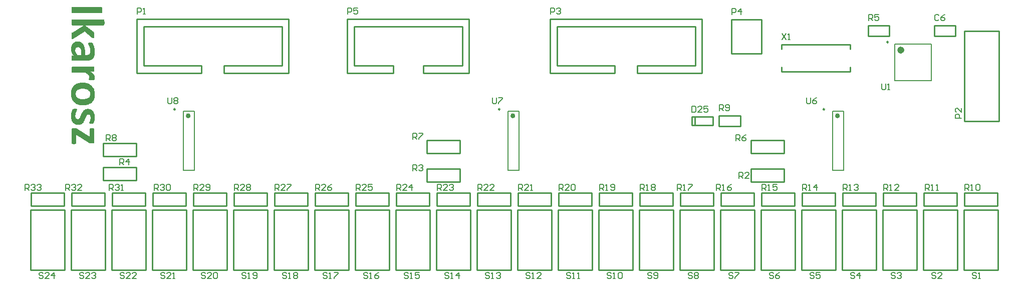
<source format=gto>
G04 Layer_Color=65535*
%FSLAX25Y25*%
%MOIN*%
G70*
G01*
G75*
%ADD16C,0.00787*%
%ADD30C,0.00984*%
%ADD31C,0.01575*%
%ADD32C,0.02362*%
%ADD33C,0.01000*%
%ADD34C,0.00800*%
G36*
X44056Y135553D02*
X44493Y135517D01*
X45003Y135480D01*
X45550Y135371D01*
X46097Y135262D01*
X46680Y135116D01*
X46753Y135079D01*
X46935Y135043D01*
X47227Y134897D01*
X47555Y134751D01*
X47956Y134569D01*
X48393Y134314D01*
X48830Y134022D01*
X49231Y133694D01*
X49268Y133658D01*
X49414Y133512D01*
X49596Y133293D01*
X49851Y133038D01*
X50106Y132674D01*
X50398Y132273D01*
X50653Y131799D01*
X50908Y131289D01*
X50945Y131216D01*
X51017Y131033D01*
X51090Y130742D01*
X51200Y130304D01*
X51309Y129831D01*
X51418Y129247D01*
X51455Y128591D01*
X51491Y127899D01*
Y127862D01*
Y127826D01*
Y127717D01*
Y127571D01*
X51455Y127243D01*
X51418Y126769D01*
X51345Y126258D01*
X51273Y125712D01*
X51127Y125165D01*
X50945Y124618D01*
X50908Y124545D01*
X50835Y124399D01*
X50726Y124144D01*
X50580Y123816D01*
X50361Y123452D01*
X50106Y123087D01*
X49815Y122723D01*
X49450Y122358D01*
X49414Y122322D01*
X49268Y122213D01*
X49049Y122030D01*
X48794Y121848D01*
X48430Y121629D01*
X47992Y121411D01*
X47518Y121192D01*
X47008Y121010D01*
X46935Y120973D01*
X46753Y120937D01*
X46461Y120864D01*
X46060Y120755D01*
X45550Y120682D01*
X45003Y120609D01*
X44383Y120572D01*
X43691Y120536D01*
X43399D01*
X43035Y120572D01*
X42597Y120609D01*
X42124Y120645D01*
X41540Y120718D01*
X40994Y120864D01*
X40410Y121010D01*
X40337Y121046D01*
X40155Y121082D01*
X39900Y121228D01*
X39536Y121374D01*
X39135Y121556D01*
X38697Y121812D01*
X38260Y122103D01*
X37859Y122468D01*
X37822Y122504D01*
X37677Y122650D01*
X37495Y122832D01*
X37276Y123124D01*
X36984Y123488D01*
X36729Y123889D01*
X36474Y124363D01*
X36219Y124873D01*
X36182Y124946D01*
X36146Y125128D01*
X36037Y125420D01*
X35927Y125857D01*
X35818Y126331D01*
X35745Y126915D01*
X35672Y127571D01*
X35636Y128263D01*
Y128300D01*
Y128336D01*
Y128445D01*
Y128591D01*
X35672Y128919D01*
X35708Y129357D01*
X35745Y129867D01*
X35854Y130414D01*
X35963Y130961D01*
X36146Y131507D01*
X36182Y131580D01*
X36255Y131726D01*
X36364Y131981D01*
X36510Y132309D01*
X36729Y132674D01*
X36984Y133075D01*
X37312Y133439D01*
X37640Y133804D01*
X37677Y133840D01*
X37822Y133949D01*
X38041Y134132D01*
X38333Y134314D01*
X38697Y134533D01*
X39098Y134751D01*
X39572Y134970D01*
X40082Y135152D01*
X40155D01*
X40337Y135225D01*
X40629Y135298D01*
X41030Y135371D01*
X41540Y135444D01*
X42087Y135517D01*
X42707Y135553D01*
X43399Y135590D01*
X43691D01*
X44056Y135553D01*
D02*
G37*
G36*
X50835Y146160D02*
X50872D01*
X50908Y146087D01*
X50945Y146014D01*
X51017Y145905D01*
Y145869D01*
X51054Y145759D01*
X51090Y145577D01*
X51127Y145358D01*
Y145285D01*
X51163Y145140D01*
X51200Y144884D01*
Y144556D01*
Y144520D01*
Y144483D01*
Y144265D01*
X51163Y143973D01*
X51127Y143718D01*
Y143645D01*
X51090Y143536D01*
X51054Y143353D01*
X51017Y143208D01*
Y143171D01*
X50981Y143098D01*
X50908Y143026D01*
X50835Y142953D01*
X50799Y142916D01*
X50762Y142880D01*
X50653Y142843D01*
X48794D01*
X48830Y142807D01*
X48940Y142734D01*
X49086Y142661D01*
X49268Y142515D01*
X49705Y142187D01*
X50106Y141823D01*
X50143Y141786D01*
X50179Y141750D01*
X50398Y141495D01*
X50653Y141203D01*
X50908Y140875D01*
Y140838D01*
X50945Y140802D01*
X51090Y140583D01*
X51236Y140328D01*
X51345Y140000D01*
Y139964D01*
X51382Y139927D01*
X51418Y139708D01*
X51455Y139453D01*
X51491Y139125D01*
Y139089D01*
Y138979D01*
Y138834D01*
X51455Y138688D01*
Y138651D01*
X51418Y138542D01*
X51382Y138360D01*
X51345Y138178D01*
Y138141D01*
X51309Y138032D01*
X51236Y137740D01*
Y137704D01*
X51200Y137631D01*
X51163Y137558D01*
X51090Y137485D01*
Y137449D01*
X51054Y137412D01*
X50908Y137339D01*
X50835Y137303D01*
X50762D01*
X50653Y137266D01*
X50616D01*
X50543Y137230D01*
X50106D01*
X49960Y137194D01*
X48612D01*
X48320Y137230D01*
X48284D01*
X48138Y137266D01*
X47956Y137303D01*
X47773Y137339D01*
X47737D01*
X47664Y137376D01*
X47555Y137449D01*
X47482Y137522D01*
X47445Y137594D01*
X47409Y137667D01*
Y137777D01*
Y137813D01*
Y137849D01*
X47445Y138068D01*
Y138105D01*
X47482Y138178D01*
X47518Y138287D01*
X47555Y138433D01*
Y138469D01*
X47591Y138542D01*
X47664Y138688D01*
X47701Y138870D01*
Y138907D01*
X47737Y139016D01*
X47773Y139162D01*
Y139344D01*
Y139417D01*
Y139563D01*
X47701Y139781D01*
X47628Y140037D01*
X47591Y140109D01*
X47518Y140255D01*
X47372Y140474D01*
X47190Y140729D01*
X47154Y140802D01*
X46971Y140948D01*
X46753Y141166D01*
X46425Y141458D01*
X46388D01*
X46352Y141531D01*
X46242Y141604D01*
X46097Y141677D01*
X45732Y141932D01*
X45258Y142260D01*
X36401D01*
X36328Y142297D01*
X36219Y142369D01*
Y142406D01*
X36146Y142442D01*
X36109Y142552D01*
X36037Y142697D01*
Y142734D01*
X36000Y142843D01*
Y143062D01*
X35963Y143317D01*
Y143390D01*
X35927Y143572D01*
X35891Y143864D01*
Y144265D01*
Y144301D01*
Y144374D01*
Y144483D01*
Y144593D01*
X35927Y144921D01*
X35963Y145249D01*
Y145322D01*
X36000Y145468D01*
Y145650D01*
X36037Y145832D01*
Y145869D01*
X36073Y145941D01*
X36146Y146051D01*
X36219Y146160D01*
X36255D01*
X36292Y146197D01*
X36510Y146233D01*
X50653D01*
X50835Y146160D01*
D02*
G37*
G36*
X38552Y105373D02*
X38843Y105300D01*
X38880D01*
X38989Y105263D01*
X39135Y105190D01*
X39281Y105117D01*
X39317Y105081D01*
X39426Y105045D01*
X39572Y104935D01*
X39791Y104826D01*
X47956Y99541D01*
Y104534D01*
Y104571D01*
X47992Y104717D01*
X48101Y104899D01*
X48320Y105045D01*
X48357D01*
X48393Y105081D01*
X48466D01*
X48612Y105117D01*
X48757Y105154D01*
X48976D01*
X49231Y105190D01*
X50033D01*
X50252Y105154D01*
X50325D01*
X50434Y105117D01*
X50616Y105081D01*
X50762Y105045D01*
X50799D01*
X50872Y105008D01*
X50945Y104935D01*
X51017Y104862D01*
X51054Y104826D01*
X51090Y104753D01*
X51127Y104644D01*
Y104534D01*
Y95969D01*
Y95932D01*
Y95823D01*
X51054Y95604D01*
Y95568D01*
X51017Y95495D01*
X50981Y95422D01*
X50872Y95349D01*
X50835Y95312D01*
X50799Y95276D01*
X50689Y95240D01*
X50543Y95167D01*
X50507D01*
X50398Y95130D01*
X50216Y95094D01*
X48830D01*
X48648Y95130D01*
X48612D01*
X48502Y95167D01*
X48357Y95203D01*
X48211Y95240D01*
X48174D01*
X48065Y95276D01*
X47919Y95349D01*
X47773Y95422D01*
X47737D01*
X47628Y95495D01*
X47482Y95568D01*
X47300Y95677D01*
X39171Y100889D01*
Y95385D01*
Y95349D01*
Y95312D01*
X39098Y95130D01*
Y95094D01*
X39025Y95057D01*
X38952Y94984D01*
X38843Y94911D01*
X38807Y94875D01*
X38734Y94839D01*
X38588Y94802D01*
X38369Y94766D01*
X38333D01*
X38151Y94729D01*
X37932Y94693D01*
X37312D01*
X37057Y94729D01*
X36802Y94766D01*
X36765D01*
X36620Y94802D01*
X36474Y94839D01*
X36292Y94875D01*
X36255D01*
X36182Y94911D01*
X36109Y94984D01*
X36037Y95094D01*
Y95130D01*
Y95167D01*
X36000Y95385D01*
Y104534D01*
Y104607D01*
X36037Y104789D01*
X36109Y105008D01*
X36255Y105190D01*
X36328Y105227D01*
X36474Y105300D01*
X36765Y105373D01*
X37203Y105409D01*
X38442D01*
X38552Y105373D01*
D02*
G37*
G36*
X39208Y118167D02*
X39317Y118130D01*
X39463Y118094D01*
X39499D01*
X39572Y118057D01*
X39645Y117984D01*
X39718Y117948D01*
Y117911D01*
X39754Y117875D01*
X39791Y117693D01*
Y117656D01*
X39754Y117583D01*
X39718Y117438D01*
X39572Y117219D01*
X39536Y117146D01*
X39463Y116964D01*
X39317Y116709D01*
X39135Y116344D01*
Y116308D01*
X39098Y116235D01*
X39062Y116162D01*
X38989Y116016D01*
X38843Y115652D01*
X38697Y115178D01*
Y115141D01*
X38661Y115068D01*
X38624Y114922D01*
Y114740D01*
X38588Y114522D01*
X38552Y114266D01*
X38515Y113647D01*
Y113610D01*
Y113574D01*
Y113355D01*
X38552Y113064D01*
X38624Y112735D01*
Y112699D01*
X38661Y112663D01*
X38697Y112480D01*
X38807Y112225D01*
X38916Y112006D01*
X38952Y111934D01*
X39062Y111824D01*
X39208Y111678D01*
X39426Y111533D01*
X39499Y111496D01*
X39645Y111423D01*
X39864Y111387D01*
X40155Y111350D01*
X40228D01*
X40447Y111387D01*
X40702Y111460D01*
X40957Y111642D01*
X41030Y111678D01*
X41176Y111861D01*
X41358Y112116D01*
X41577Y112444D01*
Y112480D01*
X41613Y112517D01*
X41686Y112626D01*
X41723Y112772D01*
X41868Y113100D01*
X42051Y113537D01*
Y113574D01*
X42087Y113647D01*
X42124Y113756D01*
X42197Y113902D01*
X42342Y114303D01*
X42524Y114777D01*
Y114813D01*
X42561Y114886D01*
X42634Y114995D01*
X42707Y115178D01*
X42926Y115542D01*
X43144Y116016D01*
Y116052D01*
X43217Y116125D01*
X43290Y116235D01*
X43399Y116381D01*
X43655Y116709D01*
X43982Y117110D01*
X44019Y117146D01*
X44092Y117182D01*
X44165Y117292D01*
X44311Y117365D01*
X44712Y117620D01*
X45185Y117875D01*
X45222D01*
X45331Y117911D01*
X45477Y117948D01*
X45696Y117984D01*
X45951Y118057D01*
X46242Y118094D01*
X46571Y118130D01*
X47117D01*
X47300Y118094D01*
X47518D01*
X47810Y118057D01*
X48138Y117984D01*
X48757Y117766D01*
X48794Y117729D01*
X48903Y117693D01*
X49049Y117583D01*
X49268Y117474D01*
X49705Y117110D01*
X50179Y116636D01*
X50216Y116599D01*
X50288Y116490D01*
X50398Y116344D01*
X50543Y116125D01*
X50689Y115870D01*
X50835Y115542D01*
X50981Y115178D01*
X51127Y114813D01*
Y114777D01*
X51200Y114631D01*
X51236Y114412D01*
X51309Y114121D01*
X51382Y113756D01*
X51418Y113355D01*
X51491Y112918D01*
Y112444D01*
Y112407D01*
Y112335D01*
Y112189D01*
Y112043D01*
X51455Y111642D01*
X51382Y111168D01*
Y111132D01*
Y111059D01*
X51345Y110950D01*
X51309Y110804D01*
X51236Y110439D01*
X51127Y110038D01*
Y110002D01*
X51090Y109965D01*
X51017Y109747D01*
X50945Y109455D01*
X50799Y109200D01*
X50762Y109127D01*
X50726Y108981D01*
X50616Y108835D01*
X50543Y108690D01*
Y108653D01*
X50471Y108617D01*
X50398Y108544D01*
X50288Y108507D01*
X50252D01*
X50216Y108471D01*
X49997Y108398D01*
X49960D01*
X49887Y108361D01*
X49778D01*
X49596Y108325D01*
X49559D01*
X49450Y108289D01*
X48539D01*
X48284Y108325D01*
X48247D01*
X48138Y108361D01*
X47992Y108398D01*
X47883Y108434D01*
X47846D01*
X47810Y108471D01*
X47664Y108580D01*
Y108617D01*
X47628Y108762D01*
Y108799D01*
X47664Y108872D01*
X47701Y109018D01*
X47773Y109236D01*
X47810Y109273D01*
X47883Y109419D01*
X47992Y109674D01*
X48138Y109965D01*
Y110002D01*
X48174Y110038D01*
X48247Y110257D01*
X48357Y110585D01*
X48502Y111022D01*
Y111059D01*
X48539Y111132D01*
X48575Y111241D01*
X48612Y111387D01*
X48648Y111824D01*
X48685Y112335D01*
Y112371D01*
Y112407D01*
Y112663D01*
X48612Y112954D01*
X48539Y113282D01*
X48502Y113355D01*
X48466Y113501D01*
X48357Y113720D01*
X48211Y113938D01*
X48174Y113975D01*
X48101Y114084D01*
X47919Y114193D01*
X47737Y114303D01*
X47701D01*
X47555Y114339D01*
X47372Y114376D01*
X47154Y114412D01*
X47081D01*
X46862Y114376D01*
X46607Y114303D01*
X46352Y114121D01*
X46315Y114084D01*
X46169Y113902D01*
X45951Y113683D01*
X45769Y113355D01*
Y113319D01*
X45732Y113282D01*
X45696Y113173D01*
X45623Y113027D01*
X45477Y112663D01*
X45295Y112225D01*
Y112189D01*
X45258Y112116D01*
X45222Y112006D01*
X45149Y111824D01*
X45003Y111423D01*
X44821Y110986D01*
Y110950D01*
X44784Y110877D01*
X44712Y110731D01*
X44639Y110585D01*
X44456Y110184D01*
X44201Y109710D01*
Y109674D01*
X44128Y109601D01*
X44056Y109492D01*
X43982Y109346D01*
X43727Y108981D01*
X43363Y108617D01*
X43326Y108580D01*
X43290Y108544D01*
X43181Y108434D01*
X43035Y108325D01*
X42634Y108070D01*
X42124Y107815D01*
X42087D01*
X42014Y107778D01*
X41868Y107705D01*
X41650Y107633D01*
X41431Y107596D01*
X41139Y107523D01*
X40483Y107487D01*
X40265D01*
X40046Y107523D01*
X39754Y107560D01*
X39426Y107596D01*
X39098Y107669D01*
X38734Y107815D01*
X38369Y107960D01*
X38333Y107997D01*
X38223Y108033D01*
X38041Y108143D01*
X37822Y108289D01*
X37604Y108471D01*
X37349Y108690D01*
X37093Y108945D01*
X36838Y109236D01*
X36802Y109273D01*
X36729Y109382D01*
X36620Y109564D01*
X36510Y109783D01*
X36328Y110075D01*
X36182Y110403D01*
X36037Y110767D01*
X35927Y111168D01*
Y111205D01*
X35891Y111350D01*
X35854Y111569D01*
X35781Y111861D01*
X35745Y112225D01*
X35672Y112626D01*
X35636Y113100D01*
Y113574D01*
Y113610D01*
Y113720D01*
Y113865D01*
X35672Y114048D01*
X35708Y114558D01*
X35781Y115105D01*
Y115141D01*
X35818Y115214D01*
Y115360D01*
X35854Y115506D01*
X35927Y115943D01*
X36037Y116381D01*
Y116417D01*
X36073Y116453D01*
X36146Y116709D01*
X36255Y117000D01*
X36401Y117328D01*
X36437Y117401D01*
X36510Y117547D01*
X36620Y117729D01*
X36765Y117875D01*
X36802Y117911D01*
X36911Y117948D01*
X37057Y118057D01*
X37276Y118130D01*
X37349D01*
X37531Y118167D01*
X37859Y118203D01*
X39062D01*
X39208Y118167D01*
D02*
G37*
G36*
X57506Y177580D02*
X57542Y177544D01*
X57578Y177507D01*
X57651Y177398D01*
X57724Y177252D01*
X57761Y177216D01*
X57797Y177106D01*
X57834Y176924D01*
X57870Y176669D01*
Y176632D01*
Y176596D01*
X57906Y176377D01*
X57943Y176086D01*
Y175685D01*
Y175648D01*
Y175575D01*
Y175357D01*
X57906Y175029D01*
X57870Y174737D01*
Y174700D01*
Y174664D01*
X57834Y174518D01*
X57797Y174300D01*
X57724Y174117D01*
Y174081D01*
X57688Y174008D01*
X57615Y173899D01*
X57506Y173789D01*
Y173753D01*
X57433Y173716D01*
X57360Y173680D01*
X44894D01*
X50471Y169561D01*
X50507Y169525D01*
X50580Y169488D01*
X50799Y169306D01*
X50835Y169270D01*
X50872Y169197D01*
X50945Y169051D01*
X51017Y168869D01*
Y168832D01*
X51054Y168686D01*
X51090Y168504D01*
X51127Y168249D01*
Y168212D01*
Y168176D01*
X51163Y167957D01*
X51200Y167666D01*
Y167228D01*
Y167192D01*
Y167119D01*
Y167009D01*
Y166900D01*
X51163Y166572D01*
X51127Y166244D01*
Y166208D01*
Y166171D01*
X51090Y166025D01*
X51054Y165807D01*
X51017Y165624D01*
Y165588D01*
X50981Y165479D01*
X50908Y165369D01*
X50835Y165260D01*
X50799Y165224D01*
X50762Y165187D01*
X50653Y165151D01*
X50398D01*
X50216Y165224D01*
X50033Y165296D01*
X49997Y165333D01*
X49851Y165369D01*
X49669Y165479D01*
X49450Y165624D01*
X44821Y169707D01*
X37458Y164968D01*
X37422Y164932D01*
X37276Y164859D01*
X37093Y164786D01*
X36911Y164713D01*
X36875Y164677D01*
X36765Y164640D01*
X36620Y164604D01*
X36401D01*
X36292Y164640D01*
X36219Y164713D01*
X36146Y164786D01*
X36109Y164895D01*
X36037Y165041D01*
Y165078D01*
X36000Y165187D01*
Y165406D01*
X35963Y165661D01*
Y165734D01*
X35927Y165916D01*
X35891Y166244D01*
Y166682D01*
Y166718D01*
Y166791D01*
Y166900D01*
Y167046D01*
Y167374D01*
X35927Y167702D01*
Y167775D01*
X35963Y167921D01*
Y168176D01*
X36000Y168395D01*
Y168431D01*
X36037Y168541D01*
X36109Y168686D01*
X36182Y168796D01*
X36219D01*
X36292Y168869D01*
X36401Y168941D01*
X36547Y169014D01*
X43946Y173680D01*
X36401D01*
X36328Y173716D01*
X36219Y173789D01*
Y173826D01*
X36146Y173862D01*
X36109Y173971D01*
X36037Y174117D01*
Y174154D01*
X36000Y174263D01*
Y174482D01*
X35963Y174737D01*
Y174810D01*
X35927Y174992D01*
X35891Y175284D01*
Y175685D01*
Y175721D01*
Y175794D01*
Y175903D01*
Y176013D01*
X35927Y176341D01*
X35963Y176669D01*
Y176742D01*
X36000Y176888D01*
Y177070D01*
X36037Y177252D01*
Y177288D01*
X36073Y177361D01*
X36146Y177471D01*
X36219Y177580D01*
X36255D01*
X36292Y177617D01*
X36510Y177653D01*
X57323D01*
X57506Y177580D01*
D02*
G37*
G36*
X56084Y185927D02*
X56120Y185891D01*
X56157Y185854D01*
X56230Y185708D01*
X56303Y185563D01*
Y185526D01*
X56339Y185380D01*
X56375Y185198D01*
X56412Y184943D01*
Y184906D01*
Y184870D01*
X56449Y184651D01*
X56485Y184360D01*
Y183922D01*
Y183886D01*
Y183813D01*
Y183704D01*
Y183594D01*
X56449Y183266D01*
X56412Y182938D01*
Y182902D01*
Y182865D01*
X56375Y182720D01*
X56339Y182501D01*
X56303Y182319D01*
Y182282D01*
X56266Y182173D01*
X56193Y182063D01*
X56084Y181954D01*
X56047Y181918D01*
X56011Y181881D01*
X55902Y181845D01*
X36437D01*
X36328Y181881D01*
X36219Y181954D01*
Y181991D01*
X36146Y182027D01*
X36109Y182136D01*
X36037Y182319D01*
Y182355D01*
X36000Y182464D01*
Y182683D01*
X35963Y182938D01*
Y183011D01*
X35927Y183193D01*
X35891Y183521D01*
Y183922D01*
Y183959D01*
Y184032D01*
Y184141D01*
Y184287D01*
X35927Y184615D01*
X35963Y184943D01*
Y185016D01*
X36000Y185162D01*
Y185380D01*
X36037Y185599D01*
Y185635D01*
X36073Y185708D01*
X36146Y185818D01*
X36219Y185927D01*
X36255D01*
X36328Y185964D01*
X36547Y186000D01*
X55902D01*
X56084Y185927D01*
D02*
G37*
G36*
X40629Y162964D02*
X40921Y162927D01*
X41249Y162891D01*
X41613Y162781D01*
X41978Y162672D01*
X42306Y162526D01*
X42342Y162490D01*
X42452Y162453D01*
X42634Y162308D01*
X42853Y162162D01*
X43071Y161979D01*
X43326Y161724D01*
X43582Y161433D01*
X43800Y161105D01*
X43837Y161068D01*
X43910Y160922D01*
X44019Y160740D01*
X44165Y160449D01*
X44311Y160120D01*
X44456Y159720D01*
X44602Y159246D01*
X44712Y158735D01*
Y158662D01*
X44748Y158480D01*
X44821Y158189D01*
X44857Y157788D01*
X44930Y157314D01*
X44967Y156767D01*
X45003Y156111D01*
Y155455D01*
Y154070D01*
X46242D01*
X46607Y154143D01*
X46971Y154216D01*
X47008D01*
X47044Y154252D01*
X47263Y154325D01*
X47555Y154471D01*
X47810Y154690D01*
X47883Y154726D01*
X47992Y154908D01*
X48138Y155163D01*
X48284Y155491D01*
Y155528D01*
X48320Y155564D01*
X48357Y155674D01*
X48393Y155819D01*
X48430Y156220D01*
X48466Y156731D01*
Y156767D01*
Y156913D01*
Y157095D01*
X48430Y157350D01*
X48357Y157897D01*
X48211Y158517D01*
Y158553D01*
X48174Y158662D01*
X48138Y158808D01*
X48065Y158991D01*
X47919Y159428D01*
X47737Y159902D01*
Y159938D01*
X47701Y160011D01*
X47664Y160120D01*
X47591Y160230D01*
X47445Y160558D01*
X47263Y160886D01*
X47227Y160959D01*
X47154Y161105D01*
X47081Y161323D01*
X47044Y161542D01*
Y161579D01*
Y161651D01*
X47081Y161761D01*
X47154Y161870D01*
X47190D01*
X47227Y161943D01*
X47445Y162089D01*
X47482D01*
X47591Y162125D01*
X47737Y162162D01*
X47956Y162198D01*
X48138D01*
X48357Y162235D01*
X48903D01*
X49122Y162198D01*
X49377Y162162D01*
X49414D01*
X49559Y162089D01*
X49705Y162016D01*
X49887Y161870D01*
X49924Y161834D01*
X50033Y161688D01*
X50216Y161469D01*
X50398Y161105D01*
Y161068D01*
X50434Y160995D01*
X50507Y160886D01*
X50580Y160740D01*
X50726Y160339D01*
X50908Y159829D01*
Y159792D01*
X50945Y159683D01*
X50981Y159537D01*
X51054Y159319D01*
X51127Y159100D01*
X51200Y158808D01*
X51309Y158189D01*
Y158152D01*
X51345Y158043D01*
X51382Y157861D01*
X51418Y157642D01*
Y157350D01*
X51455Y157059D01*
X51491Y156403D01*
Y156366D01*
Y156330D01*
Y156111D01*
Y155819D01*
X51455Y155419D01*
X51418Y154981D01*
X51345Y154507D01*
X51273Y154033D01*
X51163Y153560D01*
Y153523D01*
X51090Y153377D01*
X51017Y153158D01*
X50908Y152867D01*
X50580Y152284D01*
X50398Y151956D01*
X50143Y151664D01*
X50106Y151628D01*
X50033Y151555D01*
X49887Y151409D01*
X49669Y151227D01*
X49450Y151044D01*
X49158Y150862D01*
X48794Y150680D01*
X48430Y150534D01*
X48393D01*
X48247Y150461D01*
X48028Y150425D01*
X47737Y150352D01*
X47336Y150279D01*
X46935Y150243D01*
X46425Y150170D01*
X36437D01*
X36328Y150206D01*
X36219Y150243D01*
X36109Y150352D01*
Y150388D01*
X36037Y150461D01*
X36000Y150644D01*
X35963Y150862D01*
Y150935D01*
X35927Y151117D01*
X35891Y151409D01*
Y151846D01*
Y151883D01*
Y151956D01*
Y152065D01*
Y152247D01*
X35927Y152575D01*
X35963Y152867D01*
Y152903D01*
X36000Y153049D01*
X36037Y153195D01*
X36109Y153341D01*
X36146Y153377D01*
X36182Y153414D01*
X36292Y153450D01*
X36437Y153487D01*
X37567D01*
X37531Y153523D01*
X37422Y153632D01*
X37239Y153815D01*
X37057Y154033D01*
X36838Y154325D01*
X36583Y154653D01*
X36364Y155054D01*
X36146Y155455D01*
X36109Y155491D01*
X36073Y155637D01*
X36000Y155856D01*
X35891Y156184D01*
X35781Y156548D01*
X35708Y156949D01*
X35672Y157387D01*
X35636Y157897D01*
Y157933D01*
Y158079D01*
Y158298D01*
X35672Y158590D01*
X35708Y158918D01*
X35745Y159246D01*
X35927Y159975D01*
Y160011D01*
X36000Y160120D01*
X36037Y160303D01*
X36146Y160521D01*
X36401Y161032D01*
X36765Y161579D01*
X36802Y161615D01*
X36875Y161688D01*
X36984Y161834D01*
X37166Y161979D01*
X37385Y162125D01*
X37604Y162308D01*
X38187Y162636D01*
X38223D01*
X38333Y162708D01*
X38515Y162745D01*
X38770Y162818D01*
X39062Y162891D01*
X39390Y162927D01*
X39791Y163000D01*
X40410D01*
X40629Y162964D01*
D02*
G37*
%LPC*%
G36*
X43982Y131507D02*
X43217D01*
X42962Y131471D01*
X42634D01*
X42306Y131434D01*
X41650Y131361D01*
X41613D01*
X41504Y131325D01*
X41322Y131289D01*
X41139Y131216D01*
X40629Y131070D01*
X40119Y130815D01*
X40082Y130778D01*
X40009Y130742D01*
X39900Y130669D01*
X39754Y130523D01*
X39426Y130195D01*
X39135Y129758D01*
Y129721D01*
X39098Y129648D01*
X39025Y129502D01*
X38989Y129320D01*
X38916Y129065D01*
X38843Y128773D01*
X38807Y128482D01*
Y128117D01*
Y128081D01*
Y127972D01*
Y127789D01*
X38843Y127571D01*
X38916Y127060D01*
X39098Y126550D01*
Y126514D01*
X39171Y126441D01*
X39244Y126331D01*
X39353Y126186D01*
X39645Y125821D01*
X40046Y125493D01*
X40082Y125457D01*
X40155Y125420D01*
X40301Y125347D01*
X40483Y125238D01*
X40702Y125128D01*
X40957Y125019D01*
X41540Y124837D01*
X41577D01*
X41686Y124801D01*
X41868Y124764D01*
X42124Y124727D01*
X42415Y124691D01*
X42743Y124655D01*
X43144Y124618D01*
X43910D01*
X44165Y124655D01*
X44456D01*
X44784Y124691D01*
X45441Y124801D01*
X45477D01*
X45586Y124837D01*
X45769Y124873D01*
X45951Y124946D01*
X46461Y125128D01*
X46971Y125384D01*
X47008D01*
X47081Y125457D01*
X47190Y125529D01*
X47336Y125639D01*
X47664Y125967D01*
X47992Y126404D01*
Y126441D01*
X48065Y126514D01*
X48101Y126659D01*
X48174Y126842D01*
X48247Y127097D01*
X48284Y127388D01*
X48357Y127680D01*
Y128044D01*
Y128081D01*
Y128190D01*
Y128373D01*
X48320Y128555D01*
X48211Y129065D01*
X48028Y129612D01*
Y129648D01*
X47956Y129721D01*
X47883Y129831D01*
X47773Y129976D01*
X47482Y130341D01*
X47081Y130705D01*
X47044D01*
X46971Y130778D01*
X46826Y130851D01*
X46680Y130924D01*
X46461Y131033D01*
X46206Y131143D01*
X45586Y131325D01*
X45550D01*
X45441Y131361D01*
X45258Y131398D01*
X45003D01*
X44712Y131434D01*
X44383Y131471D01*
X43982Y131507D01*
D02*
G37*
G36*
X40337Y159136D02*
X40192D01*
X40009Y159100D01*
X39827Y159063D01*
X39609Y158991D01*
X39353Y158918D01*
X39135Y158772D01*
X38916Y158590D01*
X38880Y158553D01*
X38843Y158480D01*
X38770Y158371D01*
X38697Y158189D01*
X38588Y157970D01*
X38515Y157715D01*
X38479Y157423D01*
X38442Y157059D01*
Y157022D01*
Y156913D01*
X38479Y156767D01*
Y156548D01*
X38624Y156075D01*
X38697Y155783D01*
X38843Y155528D01*
X38880Y155491D01*
X38916Y155419D01*
X39025Y155273D01*
X39171Y155054D01*
X39353Y154835D01*
X39572Y154617D01*
X39827Y154325D01*
X40119Y154070D01*
X42524D01*
Y155601D01*
Y155637D01*
Y155746D01*
Y155929D01*
Y156148D01*
X42452Y156694D01*
X42379Y157241D01*
Y157277D01*
X42342Y157350D01*
X42306Y157460D01*
X42269Y157605D01*
X42124Y157970D01*
X41941Y158334D01*
X41905Y158407D01*
X41759Y158590D01*
X41540Y158772D01*
X41249Y158954D01*
X41176Y158991D01*
X40994Y159027D01*
X40702Y159100D01*
X40337Y159136D01*
D02*
G37*
%LPD*%
D16*
X110457Y77315D02*
Y116685D01*
X117543Y77315D02*
Y116685D01*
X110457D02*
X117543D01*
X110457Y77315D02*
X117543D01*
X326457D02*
Y116685D01*
X333543Y77315D02*
Y116685D01*
X326457D02*
X333543D01*
X326457Y77315D02*
X333543D01*
X542457D02*
Y116685D01*
X549543Y77315D02*
Y116685D01*
X542457D02*
X549543D01*
X542457Y77315D02*
X549543D01*
X583795Y136795D02*
Y161205D01*
X608205Y136795D02*
Y161205D01*
X583795D02*
X608205D01*
X583795Y136795D02*
X608205D01*
D30*
X105043Y117847D02*
G03*
X105043Y117847I-492J0D01*
G01*
X321043D02*
G03*
X321043Y117847I-492J0D01*
G01*
X537043D02*
G03*
X537043Y117847I-492J0D01*
G01*
X579465Y162583D02*
G03*
X579465Y162583I-492J0D01*
G01*
D31*
X114394Y113535D02*
G03*
X114394Y113535I-787J0D01*
G01*
X330394D02*
G03*
X330394Y113535I-787J0D01*
G01*
X546394D02*
G03*
X546394Y113535I-787J0D01*
G01*
D32*
X588913Y157268D02*
G03*
X588913Y157268I-1181J0D01*
G01*
D33*
X89976Y62331D02*
X112024D01*
Y53669D02*
Y62331D01*
X89976Y53669D02*
X112024D01*
X89976D02*
Y62331D01*
X62976D02*
X85024D01*
Y53669D02*
Y62331D01*
X62976Y53669D02*
X85024D01*
X62976D02*
Y62331D01*
X35976D02*
X58024D01*
Y53669D02*
Y62331D01*
X35976Y53669D02*
X58024D01*
X35976D02*
Y62331D01*
X8976D02*
X31024D01*
Y53669D02*
Y62331D01*
X8976Y53669D02*
X31024D01*
X8976D02*
Y62331D01*
X602976D02*
X625023D01*
Y53669D02*
Y62331D01*
X602976Y53669D02*
X625023D01*
X602976D02*
Y62331D01*
X630000Y170000D02*
X653000D01*
Y110000D02*
Y170000D01*
X630000Y110000D02*
X653000D01*
X630000D02*
Y170000D01*
X354500Y142000D02*
Y178000D01*
X455500D01*
X412500Y142000D02*
X455500D01*
Y178000D01*
X354500Y142000D02*
X397500D01*
Y147000D01*
X359000D02*
X397500D01*
X359000D02*
Y173000D01*
X451000D01*
Y147000D02*
Y173000D01*
X412500Y147000D02*
X451000D01*
X412500Y142000D02*
Y147000D01*
X580150Y166457D02*
Y173543D01*
X565976D02*
X580150D01*
X565976Y166457D02*
Y173543D01*
Y166457D02*
X580150D01*
X475000Y155000D02*
Y177500D01*
X495000D01*
Y155000D02*
Y177500D01*
X475000Y155000D02*
X495000D01*
X508496Y143000D02*
X553996D01*
X508496Y161000D02*
X553996D01*
X508496Y143000D02*
Y146000D01*
Y158000D02*
Y161000D01*
X553996Y158000D02*
Y161000D01*
Y143000D02*
Y146000D01*
X116976Y62331D02*
X139024D01*
Y53669D02*
Y62331D01*
X116976Y53669D02*
X139024D01*
X116976D02*
Y62331D01*
X143976D02*
X166024D01*
Y53669D02*
Y62331D01*
X143976Y53669D02*
X166024D01*
X143976D02*
Y62331D01*
X170976D02*
X193024D01*
Y53669D02*
Y62331D01*
X170976Y53669D02*
X193024D01*
X170976D02*
Y62331D01*
X197976D02*
X220023D01*
Y53669D02*
Y62331D01*
X197976Y53669D02*
X220023D01*
X197976D02*
Y62331D01*
X224976D02*
X247024D01*
Y53669D02*
Y62331D01*
X224976Y53669D02*
X247024D01*
X224976D02*
Y62331D01*
X251976D02*
X274024D01*
Y53669D02*
Y62331D01*
X251976Y53669D02*
X274024D01*
X251976D02*
Y62331D01*
X278976D02*
X301024D01*
Y53669D02*
Y62331D01*
X278976Y53669D02*
X301024D01*
X278976D02*
Y62331D01*
X305976D02*
X328024D01*
Y53669D02*
Y62331D01*
X305976Y53669D02*
X328024D01*
X305976D02*
Y62331D01*
X332976D02*
X355024D01*
Y53669D02*
Y62331D01*
X332976Y53669D02*
X355024D01*
X332976D02*
Y62331D01*
X359976D02*
X382024D01*
Y53669D02*
Y62331D01*
X359976Y53669D02*
X382024D01*
X359976D02*
Y62331D01*
X386976D02*
X409024D01*
Y53669D02*
Y62331D01*
X386976Y53669D02*
X409024D01*
X386976D02*
Y62331D01*
X413976D02*
X436023D01*
Y53669D02*
Y62331D01*
X413976Y53669D02*
X436023D01*
X413976D02*
Y62331D01*
X494976D02*
X517023D01*
Y53669D02*
Y62331D01*
X494976Y53669D02*
X517023D01*
X494976D02*
Y62331D01*
X521976D02*
X544023D01*
Y53669D02*
Y62331D01*
X521976Y53669D02*
X544023D01*
X521976D02*
Y62331D01*
X548976D02*
X571023D01*
Y53669D02*
Y62331D01*
X548976Y53669D02*
X571023D01*
X548976D02*
Y62331D01*
X575976D02*
X598023D01*
Y53669D02*
Y62331D01*
X575976Y53669D02*
X598023D01*
X575976D02*
Y62331D01*
X629976D02*
X652023D01*
Y53669D02*
Y62331D01*
X629976Y53669D02*
X652023D01*
X629976D02*
Y62331D01*
X609913Y166457D02*
Y173543D01*
Y166457D02*
X624087D01*
Y173543D01*
X609913D02*
X624087D01*
X8583Y50906D02*
X31417D01*
Y30827D02*
Y50906D01*
X8583Y10748D02*
X31417D01*
Y30827D01*
X8583Y10748D02*
Y30827D01*
Y50906D01*
X35583D02*
X58417D01*
Y30827D02*
Y50906D01*
X35583Y10748D02*
X58417D01*
Y30827D01*
X35583Y10748D02*
Y30827D01*
Y50906D01*
X62583D02*
X85417D01*
Y30827D02*
Y50906D01*
X62583Y10748D02*
X85417D01*
Y30827D01*
X62583Y10748D02*
Y30827D01*
Y50906D01*
X89583D02*
X112417D01*
Y30827D02*
Y50906D01*
X89583Y10748D02*
X112417D01*
Y30827D01*
X89583Y10748D02*
Y30827D01*
Y50906D01*
X116583D02*
X139417D01*
Y30827D02*
Y50906D01*
X116583Y10748D02*
X139417D01*
Y30827D01*
X116583Y10748D02*
Y30827D01*
Y50906D01*
X143583D02*
X166417D01*
Y30827D02*
Y50906D01*
X143583Y10748D02*
X166417D01*
Y30827D01*
X143583Y10748D02*
Y30827D01*
Y50906D01*
X170583D02*
X193417D01*
Y30827D02*
Y50906D01*
X170583Y10748D02*
X193417D01*
Y30827D01*
X170583Y10748D02*
Y30827D01*
Y50906D01*
X197583D02*
X220417D01*
Y30827D02*
Y50906D01*
X197583Y10748D02*
X220417D01*
Y30827D01*
X197583Y10748D02*
Y30827D01*
Y50906D01*
X224583D02*
X247417D01*
Y30827D02*
Y50906D01*
X224583Y10748D02*
X247417D01*
Y30827D01*
X224583Y10748D02*
Y30827D01*
Y50906D01*
X251583D02*
X274417D01*
Y30827D02*
Y50906D01*
X251583Y10748D02*
X274417D01*
Y30827D01*
X251583Y10748D02*
Y30827D01*
Y50906D01*
X278583D02*
X301417D01*
Y30827D02*
Y50906D01*
X278583Y10748D02*
X301417D01*
Y30827D01*
X278583Y10748D02*
Y30827D01*
Y50906D01*
X305583D02*
X328417D01*
Y30827D02*
Y50906D01*
X305583Y10748D02*
X328417D01*
Y30827D01*
X305583Y10748D02*
Y30827D01*
Y50906D01*
X332583D02*
X355417D01*
Y30827D02*
Y50906D01*
X332583Y10748D02*
X355417D01*
Y30827D01*
X332583Y10748D02*
Y30827D01*
Y50906D01*
X359583D02*
X382417D01*
Y30827D02*
Y50906D01*
X359583Y10748D02*
X382417D01*
Y30827D01*
X359583Y10748D02*
Y30827D01*
Y50906D01*
X386583D02*
X409417D01*
Y30827D02*
Y50906D01*
X386583Y10748D02*
X409417D01*
Y30827D01*
X386583Y10748D02*
Y30827D01*
Y50906D01*
X413583D02*
X436417D01*
Y30827D02*
Y50906D01*
X413583Y10748D02*
X436417D01*
Y30827D01*
X413583Y10748D02*
Y30827D01*
Y50906D01*
X440583D02*
X463417D01*
Y30827D02*
Y50906D01*
X440583Y10748D02*
X463417D01*
Y30827D01*
X440583Y10748D02*
Y30827D01*
Y50906D01*
X467583D02*
X490417D01*
Y30827D02*
Y50906D01*
X467583Y10748D02*
X490417D01*
Y30827D01*
X467583Y10748D02*
Y30827D01*
Y50906D01*
X494583D02*
X517417D01*
Y30827D02*
Y50906D01*
X494583Y10748D02*
X517417D01*
Y30827D01*
X494583Y10748D02*
Y30827D01*
Y50906D01*
X521583D02*
X544417D01*
Y30827D02*
Y50906D01*
X521583Y10748D02*
X544417D01*
Y30827D01*
X521583Y10748D02*
Y30827D01*
Y50906D01*
X548583D02*
X571417D01*
Y30827D02*
Y50906D01*
X548583Y10748D02*
X571417D01*
Y30827D01*
X548583Y10748D02*
Y30827D01*
Y50906D01*
X575583D02*
X598417D01*
Y30827D02*
Y50906D01*
X575583Y10748D02*
X598417D01*
Y30827D01*
X575583Y10748D02*
Y30827D01*
Y50906D01*
X602583D02*
X625417D01*
Y30827D02*
Y50906D01*
X602583Y10748D02*
X625417D01*
Y30827D01*
X602583Y10748D02*
Y30827D01*
Y50906D01*
X629583D02*
X652417D01*
Y30827D02*
Y50906D01*
X629583Y10748D02*
X652417D01*
Y30827D01*
X629583Y10748D02*
Y30827D01*
Y50906D01*
X272284Y69669D02*
Y78331D01*
Y69669D02*
X294331D01*
Y78331D01*
X272284D02*
X294331D01*
X56976Y70669D02*
Y79331D01*
Y70669D02*
X79024D01*
Y79331D01*
X56976D02*
X79024D01*
X487976Y88669D02*
Y97331D01*
Y88669D02*
X510024D01*
Y97331D01*
X487976D02*
X510024D01*
X272284Y88669D02*
Y97331D01*
Y88669D02*
X294331D01*
Y97331D01*
X272284D02*
X294331D01*
X56976Y86669D02*
Y95331D01*
Y86669D02*
X79024D01*
Y95331D01*
X56976D02*
X79024D01*
X467976Y62331D02*
X490023D01*
Y53669D02*
Y62331D01*
X467976Y53669D02*
X490023D01*
X467976D02*
Y62331D01*
X440976D02*
X463023D01*
Y53669D02*
Y62331D01*
X440976Y53669D02*
X463023D01*
X440976D02*
Y62331D01*
X487976Y69669D02*
Y78331D01*
Y69669D02*
X510024D01*
Y78331D01*
X487976D02*
X510024D01*
X450551Y107244D02*
Y112756D01*
X448583Y107244D02*
X462756D01*
X448583D02*
Y112756D01*
X462756D01*
Y107244D02*
Y112756D01*
X466850Y106457D02*
Y113543D01*
Y106457D02*
X481024D01*
Y113543D01*
X466850D02*
X481024D01*
X219500Y142000D02*
Y178000D01*
X300500D01*
X270000Y142000D02*
X300500D01*
Y178000D01*
X219500Y142000D02*
X250000D01*
Y147000D01*
X224000D02*
X250000D01*
X224000D02*
Y173000D01*
X296000D01*
Y147000D02*
Y173000D01*
X270000Y147000D02*
X296000D01*
X270000Y142000D02*
Y147000D01*
X137500Y142000D02*
Y147000D01*
X176000D01*
Y173000D01*
X84000D02*
X176000D01*
X84000Y147000D02*
Y173000D01*
Y147000D02*
X122500D01*
Y142000D02*
Y147000D01*
X79500Y142000D02*
X122500D01*
X180500D02*
Y178000D01*
X137500Y142000D02*
X180500D01*
X79500Y178000D02*
X180500D01*
X79500Y142000D02*
Y178000D01*
D34*
X354848Y181348D02*
Y185347D01*
X356847D01*
X357514Y184680D01*
Y183347D01*
X356847Y182681D01*
X354848D01*
X358847Y184680D02*
X359513Y185347D01*
X360846D01*
X361512Y184680D01*
Y184014D01*
X360846Y183347D01*
X360180D01*
X360846D01*
X361512Y182681D01*
Y182015D01*
X360846Y181348D01*
X359513D01*
X358847Y182015D01*
X467148Y116848D02*
Y120847D01*
X469147D01*
X469814Y120180D01*
Y118847D01*
X469147Y118181D01*
X467148D01*
X468481D02*
X469814Y116848D01*
X471147Y117515D02*
X471813Y116848D01*
X473146D01*
X473812Y117515D01*
Y120180D01*
X473146Y120847D01*
X471813D01*
X471147Y120180D01*
Y119514D01*
X471813Y118847D01*
X473812D01*
X566248Y176848D02*
Y180847D01*
X568247D01*
X568914Y180180D01*
Y178847D01*
X568247Y178181D01*
X566248D01*
X567581D02*
X568914Y176848D01*
X572913Y180847D02*
X570247D01*
Y178847D01*
X571580Y179514D01*
X572246D01*
X572913Y178847D01*
Y177515D01*
X572246Y176848D01*
X570913D01*
X570247Y177515D01*
X475348Y180848D02*
Y184847D01*
X477347D01*
X478014Y184180D01*
Y182847D01*
X477347Y182181D01*
X475348D01*
X481346Y180848D02*
Y184847D01*
X479347Y182847D01*
X482013D01*
X448848Y120047D02*
Y116048D01*
X450847D01*
X451514Y116715D01*
Y119380D01*
X450847Y120047D01*
X448848D01*
X455513Y116048D02*
X452847D01*
X455513Y118714D01*
Y119380D01*
X454846Y120047D01*
X453513D01*
X452847Y119380D01*
X459511Y120047D02*
X456845D01*
Y118047D01*
X458178Y118714D01*
X458845D01*
X459511Y118047D01*
Y116715D01*
X458845Y116048D01*
X457512D01*
X456845Y116715D01*
X575000Y134999D02*
Y131667D01*
X575666Y131000D01*
X576999D01*
X577666Y131667D01*
Y134999D01*
X578999Y131000D02*
X580332D01*
X579665D01*
Y134999D01*
X578999Y134332D01*
X508748Y168347D02*
X511414Y164348D01*
Y168347D02*
X508748Y164348D01*
X512747D02*
X514080D01*
X513413D01*
Y168347D01*
X512747Y167680D01*
X99897Y125647D02*
Y122315D01*
X100563Y121648D01*
X101896D01*
X102563Y122315D01*
Y125647D01*
X103896Y124980D02*
X104562Y125647D01*
X105895D01*
X106561Y124980D01*
Y124314D01*
X105895Y123647D01*
X106561Y122981D01*
Y122315D01*
X105895Y121648D01*
X104562D01*
X103896Y122315D01*
Y122981D01*
X104562Y123647D01*
X103896Y124314D01*
Y124980D01*
X104562Y123647D02*
X105895D01*
X315897Y125647D02*
Y122315D01*
X316563Y121648D01*
X317896D01*
X318563Y122315D01*
Y125647D01*
X319896D02*
X322561D01*
Y124980D01*
X319896Y122315D01*
Y121648D01*
X525099Y125647D02*
Y122315D01*
X525766Y121648D01*
X527099D01*
X527765Y122315D01*
Y125647D01*
X531764D02*
X530431Y124980D01*
X529098Y123647D01*
Y122315D01*
X529764Y121648D01*
X531097D01*
X531764Y122315D01*
Y122981D01*
X531097Y123647D01*
X529098D01*
X17036Y8509D02*
X16369Y9176D01*
X15036D01*
X14370Y8509D01*
Y7843D01*
X15036Y7176D01*
X16369D01*
X17036Y6510D01*
Y5843D01*
X16369Y5177D01*
X15036D01*
X14370Y5843D01*
X21034Y5177D02*
X18368D01*
X21034Y7843D01*
Y8509D01*
X20368Y9176D01*
X19035D01*
X18368Y8509D01*
X24366Y5177D02*
Y9176D01*
X22367Y7176D01*
X25033D01*
X44036Y8509D02*
X43369Y9176D01*
X42036D01*
X41370Y8509D01*
Y7843D01*
X42036Y7176D01*
X43369D01*
X44036Y6510D01*
Y5843D01*
X43369Y5177D01*
X42036D01*
X41370Y5843D01*
X48034Y5177D02*
X45368D01*
X48034Y7843D01*
Y8509D01*
X47368Y9176D01*
X46035D01*
X45368Y8509D01*
X49367D02*
X50034Y9176D01*
X51367D01*
X52033Y8509D01*
Y7843D01*
X51367Y7176D01*
X50700D01*
X51367D01*
X52033Y6510D01*
Y5843D01*
X51367Y5177D01*
X50034D01*
X49367Y5843D01*
X71035Y8509D02*
X70369Y9176D01*
X69036D01*
X68370Y8509D01*
Y7843D01*
X69036Y7176D01*
X70369D01*
X71035Y6510D01*
Y5843D01*
X70369Y5177D01*
X69036D01*
X68370Y5843D01*
X75034Y5177D02*
X72368D01*
X75034Y7843D01*
Y8509D01*
X74368Y9176D01*
X73035D01*
X72368Y8509D01*
X79033Y5177D02*
X76367D01*
X79033Y7843D01*
Y8509D01*
X78367Y9176D01*
X77034D01*
X76367Y8509D01*
X98036D02*
X97369Y9176D01*
X96036D01*
X95370Y8509D01*
Y7843D01*
X96036Y7176D01*
X97369D01*
X98036Y6510D01*
Y5843D01*
X97369Y5177D01*
X96036D01*
X95370Y5843D01*
X102034Y5177D02*
X99368D01*
X102034Y7843D01*
Y8509D01*
X101368Y9176D01*
X100035D01*
X99368Y8509D01*
X103367Y5177D02*
X104700D01*
X104034D01*
Y9176D01*
X103367Y8509D01*
X125036D02*
X124369Y9176D01*
X123036D01*
X122370Y8509D01*
Y7843D01*
X123036Y7176D01*
X124369D01*
X125036Y6510D01*
Y5843D01*
X124369Y5177D01*
X123036D01*
X122370Y5843D01*
X129034Y5177D02*
X126368D01*
X129034Y7843D01*
Y8509D01*
X128368Y9176D01*
X127035D01*
X126368Y8509D01*
X130367D02*
X131034Y9176D01*
X132367D01*
X133033Y8509D01*
Y5843D01*
X132367Y5177D01*
X131034D01*
X130367Y5843D01*
Y8509D01*
X152035D02*
X151369Y9176D01*
X150036D01*
X149370Y8509D01*
Y7843D01*
X150036Y7176D01*
X151369D01*
X152035Y6510D01*
Y5843D01*
X151369Y5177D01*
X150036D01*
X149370Y5843D01*
X153368Y5177D02*
X154701D01*
X154035D01*
Y9176D01*
X153368Y8509D01*
X156701Y5843D02*
X157367Y5177D01*
X158700D01*
X159367Y5843D01*
Y8509D01*
X158700Y9176D01*
X157367D01*
X156701Y8509D01*
Y7843D01*
X157367Y7176D01*
X159367D01*
X179035Y8509D02*
X178369Y9176D01*
X177036D01*
X176370Y8509D01*
Y7843D01*
X177036Y7176D01*
X178369D01*
X179035Y6510D01*
Y5843D01*
X178369Y5177D01*
X177036D01*
X176370Y5843D01*
X180368Y5177D02*
X181701D01*
X181035D01*
Y9176D01*
X180368Y8509D01*
X183701D02*
X184367Y9176D01*
X185700D01*
X186366Y8509D01*
Y7843D01*
X185700Y7176D01*
X186366Y6510D01*
Y5843D01*
X185700Y5177D01*
X184367D01*
X183701Y5843D01*
Y6510D01*
X184367Y7176D01*
X183701Y7843D01*
Y8509D01*
X184367Y7176D02*
X185700D01*
X206035Y8509D02*
X205369Y9176D01*
X204036D01*
X203370Y8509D01*
Y7843D01*
X204036Y7176D01*
X205369D01*
X206035Y6510D01*
Y5843D01*
X205369Y5177D01*
X204036D01*
X203370Y5843D01*
X207368Y5177D02*
X208701D01*
X208035D01*
Y9176D01*
X207368Y8509D01*
X210701Y9176D02*
X213367D01*
Y8509D01*
X210701Y5843D01*
Y5177D01*
X233035Y8509D02*
X232369Y9176D01*
X231036D01*
X230370Y8509D01*
Y7843D01*
X231036Y7176D01*
X232369D01*
X233035Y6510D01*
Y5843D01*
X232369Y5177D01*
X231036D01*
X230370Y5843D01*
X234368Y5177D02*
X235701D01*
X235035D01*
Y9176D01*
X234368Y8509D01*
X240367Y9176D02*
X239034Y8509D01*
X237701Y7176D01*
Y5843D01*
X238367Y5177D01*
X239700D01*
X240367Y5843D01*
Y6510D01*
X239700Y7176D01*
X237701D01*
X260035Y8509D02*
X259369Y9176D01*
X258036D01*
X257370Y8509D01*
Y7843D01*
X258036Y7176D01*
X259369D01*
X260035Y6510D01*
Y5843D01*
X259369Y5177D01*
X258036D01*
X257370Y5843D01*
X261368Y5177D02*
X262701D01*
X262035D01*
Y9176D01*
X261368Y8509D01*
X267367Y9176D02*
X264701D01*
Y7176D01*
X266034Y7843D01*
X266700D01*
X267367Y7176D01*
Y5843D01*
X266700Y5177D01*
X265367D01*
X264701Y5843D01*
X287035Y8509D02*
X286369Y9176D01*
X285036D01*
X284370Y8509D01*
Y7843D01*
X285036Y7176D01*
X286369D01*
X287035Y6510D01*
Y5843D01*
X286369Y5177D01*
X285036D01*
X284370Y5843D01*
X288368Y5177D02*
X289701D01*
X289035D01*
Y9176D01*
X288368Y8509D01*
X293700Y5177D02*
Y9176D01*
X291701Y7176D01*
X294367D01*
X314036Y8509D02*
X313369Y9176D01*
X312036D01*
X311370Y8509D01*
Y7843D01*
X312036Y7176D01*
X313369D01*
X314036Y6510D01*
Y5843D01*
X313369Y5177D01*
X312036D01*
X311370Y5843D01*
X315368Y5177D02*
X316701D01*
X316035D01*
Y9176D01*
X315368Y8509D01*
X318701D02*
X319367Y9176D01*
X320700D01*
X321367Y8509D01*
Y7843D01*
X320700Y7176D01*
X320034D01*
X320700D01*
X321367Y6510D01*
Y5843D01*
X320700Y5177D01*
X319367D01*
X318701Y5843D01*
X341036Y8509D02*
X340369Y9176D01*
X339036D01*
X338370Y8509D01*
Y7843D01*
X339036Y7176D01*
X340369D01*
X341036Y6510D01*
Y5843D01*
X340369Y5177D01*
X339036D01*
X338370Y5843D01*
X342368Y5177D02*
X343701D01*
X343035D01*
Y9176D01*
X342368Y8509D01*
X348366Y5177D02*
X345701D01*
X348366Y7843D01*
Y8509D01*
X347700Y9176D01*
X346367D01*
X345701Y8509D01*
X368036D02*
X367369Y9176D01*
X366036D01*
X365370Y8509D01*
Y7843D01*
X366036Y7176D01*
X367369D01*
X368036Y6510D01*
Y5843D01*
X367369Y5177D01*
X366036D01*
X365370Y5843D01*
X369368Y5177D02*
X370701D01*
X370035D01*
Y9176D01*
X369368Y8509D01*
X372701Y5177D02*
X374034D01*
X373367D01*
Y9176D01*
X372701Y8509D01*
X395036D02*
X394369Y9176D01*
X393036D01*
X392370Y8509D01*
Y7843D01*
X393036Y7176D01*
X394369D01*
X395036Y6510D01*
Y5843D01*
X394369Y5177D01*
X393036D01*
X392370Y5843D01*
X396368Y5177D02*
X397701D01*
X397035D01*
Y9176D01*
X396368Y8509D01*
X399701D02*
X400367Y9176D01*
X401700D01*
X402366Y8509D01*
Y5843D01*
X401700Y5177D01*
X400367D01*
X399701Y5843D01*
Y8509D01*
X422036D02*
X421369Y9176D01*
X420036D01*
X419370Y8509D01*
Y7843D01*
X420036Y7176D01*
X421369D01*
X422036Y6510D01*
Y5843D01*
X421369Y5177D01*
X420036D01*
X419370Y5843D01*
X423368D02*
X424035Y5177D01*
X425368D01*
X426034Y5843D01*
Y8509D01*
X425368Y9176D01*
X424035D01*
X423368Y8509D01*
Y7843D01*
X424035Y7176D01*
X426034D01*
X449036Y8509D02*
X448369Y9176D01*
X447036D01*
X446370Y8509D01*
Y7843D01*
X447036Y7176D01*
X448369D01*
X449036Y6510D01*
Y5843D01*
X448369Y5177D01*
X447036D01*
X446370Y5843D01*
X450368Y8509D02*
X451035Y9176D01*
X452368D01*
X453034Y8509D01*
Y7843D01*
X452368Y7176D01*
X453034Y6510D01*
Y5843D01*
X452368Y5177D01*
X451035D01*
X450368Y5843D01*
Y6510D01*
X451035Y7176D01*
X450368Y7843D01*
Y8509D01*
X451035Y7176D02*
X452368D01*
X476035Y8509D02*
X475369Y9176D01*
X474036D01*
X473370Y8509D01*
Y7843D01*
X474036Y7176D01*
X475369D01*
X476035Y6510D01*
Y5843D01*
X475369Y5177D01*
X474036D01*
X473370Y5843D01*
X477368Y9176D02*
X480034D01*
Y8509D01*
X477368Y5843D01*
Y5177D01*
X503035Y8509D02*
X502369Y9176D01*
X501036D01*
X500370Y8509D01*
Y7843D01*
X501036Y7176D01*
X502369D01*
X503035Y6510D01*
Y5843D01*
X502369Y5177D01*
X501036D01*
X500370Y5843D01*
X507034Y9176D02*
X505701Y8509D01*
X504368Y7176D01*
Y5843D01*
X505035Y5177D01*
X506368D01*
X507034Y5843D01*
Y6510D01*
X506368Y7176D01*
X504368D01*
X530035Y8509D02*
X529369Y9176D01*
X528036D01*
X527370Y8509D01*
Y7843D01*
X528036Y7176D01*
X529369D01*
X530035Y6510D01*
Y5843D01*
X529369Y5177D01*
X528036D01*
X527370Y5843D01*
X534034Y9176D02*
X531368D01*
Y7176D01*
X532701Y7843D01*
X533368D01*
X534034Y7176D01*
Y5843D01*
X533368Y5177D01*
X532035D01*
X531368Y5843D01*
X557035Y8509D02*
X556369Y9176D01*
X555036D01*
X554370Y8509D01*
Y7843D01*
X555036Y7176D01*
X556369D01*
X557035Y6510D01*
Y5843D01*
X556369Y5177D01*
X555036D01*
X554370Y5843D01*
X560368Y5177D02*
Y9176D01*
X558368Y7176D01*
X561034D01*
X584035Y8509D02*
X583369Y9176D01*
X582036D01*
X581370Y8509D01*
Y7843D01*
X582036Y7176D01*
X583369D01*
X584035Y6510D01*
Y5843D01*
X583369Y5177D01*
X582036D01*
X581370Y5843D01*
X585368Y8509D02*
X586035Y9176D01*
X587368D01*
X588034Y8509D01*
Y7843D01*
X587368Y7176D01*
X586701D01*
X587368D01*
X588034Y6510D01*
Y5843D01*
X587368Y5177D01*
X586035D01*
X585368Y5843D01*
X611035Y8509D02*
X610369Y9176D01*
X609036D01*
X608370Y8509D01*
Y7843D01*
X609036Y7176D01*
X610369D01*
X611035Y6510D01*
Y5843D01*
X610369Y5177D01*
X609036D01*
X608370Y5843D01*
X615034Y5177D02*
X612368D01*
X615034Y7843D01*
Y8509D01*
X614368Y9176D01*
X613035D01*
X612368Y8509D01*
X638035D02*
X637369Y9176D01*
X636036D01*
X635370Y8509D01*
Y7843D01*
X636036Y7176D01*
X637369D01*
X638035Y6510D01*
Y5843D01*
X637369Y5177D01*
X636036D01*
X635370Y5843D01*
X639368Y5177D02*
X640701D01*
X640035D01*
Y9176D01*
X639368Y8509D01*
X5000Y63839D02*
Y67837D01*
X6999D01*
X7666Y67171D01*
Y65838D01*
X6999Y65171D01*
X5000D01*
X6333D02*
X7666Y63839D01*
X8999Y67171D02*
X9665Y67837D01*
X10998D01*
X11665Y67171D01*
Y66504D01*
X10998Y65838D01*
X10332D01*
X10998D01*
X11665Y65171D01*
Y64505D01*
X10998Y63839D01*
X9665D01*
X8999Y64505D01*
X12997Y67171D02*
X13664Y67837D01*
X14997D01*
X15663Y67171D01*
Y66504D01*
X14997Y65838D01*
X14330D01*
X14997D01*
X15663Y65171D01*
Y64505D01*
X14997Y63839D01*
X13664D01*
X12997Y64505D01*
X32000Y63839D02*
Y67837D01*
X33999D01*
X34666Y67171D01*
Y65838D01*
X33999Y65171D01*
X32000D01*
X33333D02*
X34666Y63839D01*
X35999Y67171D02*
X36665Y67837D01*
X37998D01*
X38664Y67171D01*
Y66504D01*
X37998Y65838D01*
X37332D01*
X37998D01*
X38664Y65171D01*
Y64505D01*
X37998Y63839D01*
X36665D01*
X35999Y64505D01*
X42663Y63839D02*
X39997D01*
X42663Y66504D01*
Y67171D01*
X41997Y67837D01*
X40664D01*
X39997Y67171D01*
X61000Y63839D02*
Y67837D01*
X62999D01*
X63666Y67171D01*
Y65838D01*
X62999Y65171D01*
X61000D01*
X62333D02*
X63666Y63839D01*
X64999Y67171D02*
X65665Y67837D01*
X66998D01*
X67664Y67171D01*
Y66504D01*
X66998Y65838D01*
X66332D01*
X66998D01*
X67664Y65171D01*
Y64505D01*
X66998Y63839D01*
X65665D01*
X64999Y64505D01*
X68997Y63839D02*
X70330D01*
X69664D01*
Y67837D01*
X68997Y67171D01*
X91000Y63839D02*
Y67837D01*
X92999D01*
X93666Y67171D01*
Y65838D01*
X92999Y65171D01*
X91000D01*
X92333D02*
X93666Y63839D01*
X94999Y67171D02*
X95665Y67837D01*
X96998D01*
X97664Y67171D01*
Y66504D01*
X96998Y65838D01*
X96332D01*
X96998D01*
X97664Y65171D01*
Y64505D01*
X96998Y63839D01*
X95665D01*
X94999Y64505D01*
X98997Y67171D02*
X99664Y67837D01*
X100997D01*
X101663Y67171D01*
Y64505D01*
X100997Y63839D01*
X99664D01*
X98997Y64505D01*
Y67171D01*
X117248Y63839D02*
Y67837D01*
X119247D01*
X119914Y67171D01*
Y65838D01*
X119247Y65171D01*
X117248D01*
X118581D02*
X119914Y63839D01*
X123913D02*
X121247D01*
X123913Y66504D01*
Y67171D01*
X123246Y67837D01*
X121913D01*
X121247Y67171D01*
X125245Y64505D02*
X125912Y63839D01*
X127245D01*
X127911Y64505D01*
Y67171D01*
X127245Y67837D01*
X125912D01*
X125245Y67171D01*
Y66504D01*
X125912Y65838D01*
X127911D01*
X144248Y63839D02*
Y67837D01*
X146247D01*
X146914Y67171D01*
Y65838D01*
X146247Y65171D01*
X144248D01*
X145581D02*
X146914Y63839D01*
X150912D02*
X148247D01*
X150912Y66504D01*
Y67171D01*
X150246Y67837D01*
X148913D01*
X148247Y67171D01*
X152245D02*
X152912Y67837D01*
X154245D01*
X154911Y67171D01*
Y66504D01*
X154245Y65838D01*
X154911Y65171D01*
Y64505D01*
X154245Y63839D01*
X152912D01*
X152245Y64505D01*
Y65171D01*
X152912Y65838D01*
X152245Y66504D01*
Y67171D01*
X152912Y65838D02*
X154245D01*
X171248Y63839D02*
Y67837D01*
X173247D01*
X173914Y67171D01*
Y65838D01*
X173247Y65171D01*
X171248D01*
X172581D02*
X173914Y63839D01*
X177912D02*
X175247D01*
X177912Y66504D01*
Y67171D01*
X177246Y67837D01*
X175913D01*
X175247Y67171D01*
X179245Y67837D02*
X181911D01*
Y67171D01*
X179245Y64505D01*
Y63839D01*
X198248D02*
Y67837D01*
X200247D01*
X200914Y67171D01*
Y65838D01*
X200247Y65171D01*
X198248D01*
X199581D02*
X200914Y63839D01*
X204912D02*
X202247D01*
X204912Y66504D01*
Y67171D01*
X204246Y67837D01*
X202913D01*
X202247Y67171D01*
X208911Y67837D02*
X207578Y67171D01*
X206245Y65838D01*
Y64505D01*
X206912Y63839D01*
X208245D01*
X208911Y64505D01*
Y65171D01*
X208245Y65838D01*
X206245D01*
X225248Y63839D02*
Y67837D01*
X227247D01*
X227914Y67171D01*
Y65838D01*
X227247Y65171D01*
X225248D01*
X226581D02*
X227914Y63839D01*
X231912D02*
X229247D01*
X231912Y66504D01*
Y67171D01*
X231246Y67837D01*
X229913D01*
X229247Y67171D01*
X235911Y67837D02*
X233245D01*
Y65838D01*
X234578Y66504D01*
X235245D01*
X235911Y65838D01*
Y64505D01*
X235245Y63839D01*
X233912D01*
X233245Y64505D01*
X252248Y63839D02*
Y67837D01*
X254247D01*
X254914Y67171D01*
Y65838D01*
X254247Y65171D01*
X252248D01*
X253581D02*
X254914Y63839D01*
X258912D02*
X256247D01*
X258912Y66504D01*
Y67171D01*
X258246Y67837D01*
X256913D01*
X256247Y67171D01*
X262245Y63839D02*
Y67837D01*
X260245Y65838D01*
X262911D01*
X279248Y63839D02*
Y67837D01*
X281247D01*
X281914Y67171D01*
Y65838D01*
X281247Y65171D01*
X279248D01*
X280581D02*
X281914Y63839D01*
X285912D02*
X283247D01*
X285912Y66504D01*
Y67171D01*
X285246Y67837D01*
X283913D01*
X283247Y67171D01*
X287245D02*
X287912Y67837D01*
X289245D01*
X289911Y67171D01*
Y66504D01*
X289245Y65838D01*
X288578D01*
X289245D01*
X289911Y65171D01*
Y64505D01*
X289245Y63839D01*
X287912D01*
X287245Y64505D01*
X306248Y63839D02*
Y67837D01*
X308247D01*
X308914Y67171D01*
Y65838D01*
X308247Y65171D01*
X306248D01*
X307581D02*
X308914Y63839D01*
X312913D02*
X310247D01*
X312913Y66504D01*
Y67171D01*
X312246Y67837D01*
X310913D01*
X310247Y67171D01*
X316911Y63839D02*
X314245D01*
X316911Y66504D01*
Y67171D01*
X316245Y67837D01*
X314912D01*
X314245Y67171D01*
X333248Y63839D02*
Y67837D01*
X335247D01*
X335914Y67171D01*
Y65838D01*
X335247Y65171D01*
X333248D01*
X334581D02*
X335914Y63839D01*
X339913D02*
X337247D01*
X339913Y66504D01*
Y67171D01*
X339246Y67837D01*
X337913D01*
X337247Y67171D01*
X341245Y63839D02*
X342578D01*
X341912D01*
Y67837D01*
X341245Y67171D01*
X360248Y63839D02*
Y67837D01*
X362247D01*
X362914Y67171D01*
Y65838D01*
X362247Y65171D01*
X360248D01*
X361581D02*
X362914Y63839D01*
X366913D02*
X364247D01*
X366913Y66504D01*
Y67171D01*
X366246Y67837D01*
X364913D01*
X364247Y67171D01*
X368245D02*
X368912Y67837D01*
X370245D01*
X370911Y67171D01*
Y64505D01*
X370245Y63839D01*
X368912D01*
X368245Y64505D01*
Y67171D01*
X387248Y63839D02*
Y67837D01*
X389247D01*
X389914Y67171D01*
Y65838D01*
X389247Y65171D01*
X387248D01*
X388581D02*
X389914Y63839D01*
X391247D02*
X392580D01*
X391913D01*
Y67837D01*
X391247Y67171D01*
X394579Y64505D02*
X395245Y63839D01*
X396578D01*
X397245Y64505D01*
Y67171D01*
X396578Y67837D01*
X395245D01*
X394579Y67171D01*
Y66504D01*
X395245Y65838D01*
X397245D01*
X414248Y63839D02*
Y67837D01*
X416247D01*
X416914Y67171D01*
Y65838D01*
X416247Y65171D01*
X414248D01*
X415581D02*
X416914Y63839D01*
X418247D02*
X419580D01*
X418913D01*
Y67837D01*
X418247Y67171D01*
X421579D02*
X422245Y67837D01*
X423578D01*
X424245Y67171D01*
Y66504D01*
X423578Y65838D01*
X424245Y65171D01*
Y64505D01*
X423578Y63839D01*
X422245D01*
X421579Y64505D01*
Y65171D01*
X422245Y65838D01*
X421579Y66504D01*
Y67171D01*
X422245Y65838D02*
X423578D01*
X439000Y63839D02*
Y67837D01*
X440999D01*
X441666Y67171D01*
Y65838D01*
X440999Y65171D01*
X439000D01*
X440333D02*
X441666Y63839D01*
X442999D02*
X444332D01*
X443665D01*
Y67837D01*
X442999Y67171D01*
X446331Y67837D02*
X448997D01*
Y67171D01*
X446331Y64505D01*
Y63839D01*
X465000D02*
Y67837D01*
X466999D01*
X467666Y67171D01*
Y65838D01*
X466999Y65171D01*
X465000D01*
X466333D02*
X467666Y63839D01*
X468999D02*
X470332D01*
X469665D01*
Y67837D01*
X468999Y67171D01*
X474997Y67837D02*
X473664Y67171D01*
X472331Y65838D01*
Y64505D01*
X472997Y63839D01*
X474330D01*
X474997Y64505D01*
Y65171D01*
X474330Y65838D01*
X472331D01*
X495255Y63839D02*
Y67837D01*
X497254D01*
X497921Y67171D01*
Y65838D01*
X497254Y65171D01*
X495255D01*
X496588D02*
X497921Y63839D01*
X499254D02*
X500587D01*
X499920D01*
Y67837D01*
X499254Y67171D01*
X505252Y67837D02*
X502586D01*
Y65838D01*
X503919Y66504D01*
X504585D01*
X505252Y65838D01*
Y64505D01*
X504585Y63839D01*
X503252D01*
X502586Y64505D01*
X522255Y63839D02*
Y67837D01*
X524254D01*
X524921Y67171D01*
Y65838D01*
X524254Y65171D01*
X522255D01*
X523588D02*
X524921Y63839D01*
X526254D02*
X527587D01*
X526920D01*
Y67837D01*
X526254Y67171D01*
X531585Y63839D02*
Y67837D01*
X529586Y65838D01*
X532252D01*
X549255Y63839D02*
Y67837D01*
X551254D01*
X551921Y67171D01*
Y65838D01*
X551254Y65171D01*
X549255D01*
X550588D02*
X551921Y63839D01*
X553254D02*
X554587D01*
X553920D01*
Y67837D01*
X553254Y67171D01*
X556586D02*
X557252Y67837D01*
X558585D01*
X559252Y67171D01*
Y66504D01*
X558585Y65838D01*
X557919D01*
X558585D01*
X559252Y65171D01*
Y64505D01*
X558585Y63839D01*
X557252D01*
X556586Y64505D01*
X576241Y63839D02*
Y67837D01*
X578240D01*
X578906Y67171D01*
Y65838D01*
X578240Y65171D01*
X576241D01*
X577574D02*
X578906Y63839D01*
X580239D02*
X581572D01*
X580906D01*
Y67837D01*
X580239Y67171D01*
X586237Y63839D02*
X583572D01*
X586237Y66504D01*
Y67171D01*
X585571Y67837D01*
X584238D01*
X583572Y67171D01*
X604000Y63839D02*
Y67837D01*
X605999D01*
X606666Y67171D01*
Y65838D01*
X605999Y65171D01*
X604000D01*
X605333D02*
X606666Y63839D01*
X607999D02*
X609332D01*
X608665D01*
Y67837D01*
X607999Y67171D01*
X611331Y63839D02*
X612664D01*
X611997D01*
Y67837D01*
X611331Y67171D01*
X630255Y63839D02*
Y67837D01*
X632254D01*
X632921Y67171D01*
Y65838D01*
X632254Y65171D01*
X630255D01*
X631588D02*
X632921Y63839D01*
X634254D02*
X635586D01*
X634920D01*
Y67837D01*
X634254Y67171D01*
X637586D02*
X638252Y67837D01*
X639585D01*
X640252Y67171D01*
Y64505D01*
X639585Y63839D01*
X638252D01*
X637586Y64505D01*
Y67171D01*
X59000Y97000D02*
Y100999D01*
X60999D01*
X61666Y100332D01*
Y98999D01*
X60999Y98333D01*
X59000D01*
X60333D02*
X61666Y97000D01*
X62999Y100332D02*
X63665Y100999D01*
X64998D01*
X65664Y100332D01*
Y99666D01*
X64998Y98999D01*
X65664Y98333D01*
Y97666D01*
X64998Y97000D01*
X63665D01*
X62999Y97666D01*
Y98333D01*
X63665Y98999D01*
X62999Y99666D01*
Y100332D01*
X63665Y98999D02*
X64998D01*
X263000Y98000D02*
Y101999D01*
X264999D01*
X265666Y101332D01*
Y99999D01*
X264999Y99333D01*
X263000D01*
X264333D02*
X265666Y98000D01*
X266999Y101999D02*
X269665D01*
Y101332D01*
X266999Y98666D01*
Y98000D01*
X478000Y97000D02*
Y100999D01*
X479999D01*
X480666Y100332D01*
Y98999D01*
X479999Y98333D01*
X478000D01*
X479333D02*
X480666Y97000D01*
X484664Y100999D02*
X483332Y100332D01*
X481999Y98999D01*
Y97666D01*
X482665Y97000D01*
X483998D01*
X484664Y97666D01*
Y98333D01*
X483998Y98999D01*
X481999D01*
X68000Y81000D02*
Y84999D01*
X69999D01*
X70666Y84332D01*
Y82999D01*
X69999Y82333D01*
X68000D01*
X69333D02*
X70666Y81000D01*
X73998D02*
Y84999D01*
X71999Y82999D01*
X74664D01*
X263000Y77000D02*
Y80999D01*
X264999D01*
X265666Y80332D01*
Y78999D01*
X264999Y78333D01*
X263000D01*
X264333D02*
X265666Y77000D01*
X266999Y80332D02*
X267665Y80999D01*
X268998D01*
X269665Y80332D01*
Y79666D01*
X268998Y78999D01*
X268332D01*
X268998D01*
X269665Y78333D01*
Y77666D01*
X268998Y77000D01*
X267665D01*
X266999Y77666D01*
X480000Y72000D02*
Y75999D01*
X481999D01*
X482666Y75332D01*
Y73999D01*
X481999Y73333D01*
X480000D01*
X481333D02*
X482666Y72000D01*
X486664D02*
X483999D01*
X486664Y74666D01*
Y75332D01*
X485998Y75999D01*
X484665D01*
X483999Y75332D01*
X628000Y112000D02*
X624001D01*
Y113999D01*
X624668Y114666D01*
X626001D01*
X626667Y113999D01*
Y112000D01*
X628000Y118665D02*
Y115999D01*
X625334Y118665D01*
X624668D01*
X624001Y117998D01*
Y116665D01*
X624668Y115999D01*
X612914Y180180D02*
X612247Y180847D01*
X610915D01*
X610248Y180180D01*
Y177515D01*
X610915Y176848D01*
X612247D01*
X612914Y177515D01*
X616913Y180847D02*
X615580Y180180D01*
X614247Y178847D01*
Y177515D01*
X614913Y176848D01*
X616246D01*
X616913Y177515D01*
Y178181D01*
X616246Y178847D01*
X614247D01*
X219848Y181348D02*
Y185347D01*
X221847D01*
X222514Y184680D01*
Y183347D01*
X221847Y182681D01*
X219848D01*
X226513Y185347D02*
X223847D01*
Y183347D01*
X225180Y184014D01*
X225846D01*
X226513Y183347D01*
Y182015D01*
X225846Y181348D01*
X224513D01*
X223847Y182015D01*
X79848Y181348D02*
Y185347D01*
X81847D01*
X82514Y184680D01*
Y183347D01*
X81847Y182681D01*
X79848D01*
X83847Y181348D02*
X85180D01*
X84513D01*
Y185347D01*
X83847Y184680D01*
M02*

</source>
